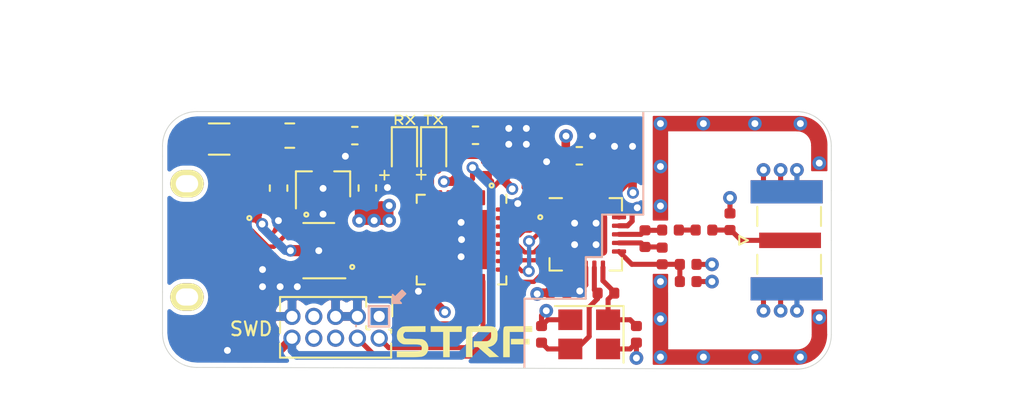
<source format=kicad_pcb>
(kicad_pcb (version 20241229) (generator "pcbnew") (generator_version "9.0")
  (layers (0 "F.Cu" signal) (4 "In1.Cu" signal) (6 "In2.Cu" signal) (2 "B.Cu" signal) (13 "F.Paste" user) (15 "B.Paste" user) (5 "F.SilkS" user "F.Silkscreen") (7 "B.SilkS" user "B.Silkscreen") (1 "F.Mask" user) (3 "B.Mask" user) (25 "Edge.Cuts" user))
  (net 0 "")
  (net 1 "Net-(C1-Pad1)")
  (net 2 "GND")
  (net 3 "+3V3")
  (net 4 "NRST")
  (net 5 "Net-(C12-Pad1)")
  (net 6 "NRF_XC1")
  (net 7 "NRF_XC2")
  (net 8 "Net-(C15-Pad1)")
  (net 9 "Net-(C15-Pad2)")
  (net 10 "NRF_VDD_PA")
  (net 11 "Net-(D1-Pad1)")
  (net 12 "Net-(D1-Pad2)")
  (net 13 "Net-(D2-Pad2)")
  (net 14 "Net-(D2-Pad1)")
  (net 15 "+5V")
  (net 16 "Net-(J1-Pad4)")
  (net 17 "SWDIO")
  (net 18 "SWCLK")
  (net 19 "NRF_ANT2")
  (net 20 "NRF_ANT1")
  (net 21 "NRF_IRQ")
  (net 22 "SPI3_SCK")
  (net 23 "SPI3_MISO")
  (net 24 "SPI3_MOSI")
  (net 25 "SPI3_!CS")
  (net 26 "NRF_CE")
  (net 27 "Net-(U3-Pad2)")
  (net 28 "Net-(U3-Pad3)")
  (net 29 "Net-(U3-Pad10)")
  (net 30 "Net-(U3-Pad11)")
  (net 31 "Net-(U3-Pad12)")
  (net 32 "Net-(U3-Pad13)")
  (net 33 "Net-(U3-Pad14)")
  (net 34 "Net-(U3-Pad15)")
  (net 35 "Net-(U3-Pad18)")
  (net 36 "Net-(U3-Pad19)")
  (net 37 "Net-(U3-Pad20)")
  (net 38 "USB_CONN_D-")
  (net 39 "USB_CONN_D+")
  (net 40 "USB_D-")
  (net 41 "USB_D+")
  (net 42 "Net-(U3-Pad6)")
  (net 43 "Net-(U3-Pad7)")
  (net 44 "Net-(F1-Pad1)")
  (net 45 "Net-(R1-Pad1)")
  (net 46 "Net-(J3-Pad8)")
  (net 47 "Net-(J3-Pad7)")
  (net 48 "Net-(J3-Pad6)")
  (net 49 "Net-(R4-Pad1)")
  (footprint "Capacitor_SMD:C_0603_1608Metric" (layer "F.Cu") (at 28.01 31.4575 -90)
    (property "Reference" "C1")
    (property "Value" "10u")
  )
  (footprint "Capacitor_SMD:C_0603_1608Metric" (layer "F.Cu") (at 33.18 31.4525 90)
    (property "Reference" "C2")
    (property "Value" "10u")
  )
  (footprint "Capacitor_SMD:C_0402_1005Metric" (layer "F.Cu") (at 26.435 40.91 180)
    (property "Reference" "C3")
    (property "Value" "100n")
  )
  (footprint "Capacitor_SMD:C_0402_1005Metric" (layer "F.Cu") (at 41.165 30.27 90)
    (property "Reference" "C4")
    (property "Value" "1u")
  )
  (footprint "Capacitor_SMD:C_0402_1005Metric" (layer "F.Cu") (at 40.115 30.27 90)
    (property "Reference" "C5")
    (property "Value" "100n")
  )
  (footprint "Capacitor_SMD:C_0402_1005Metric" (layer "F.Cu") (at 36.64 38.13 180)
    (property "Reference" "C6")
    (property "Value" "100n")
  )
  (footprint "Capacitor_SMD:C_0402_1005Metric" (layer "F.Cu") (at 38.44 30.27 90)
    (property "Reference" "C7")
    (property "Value" "100n")
  )
  (footprint "Capacitor_SMD:C_0603_1608Metric" (layer "F.Cu") (at 45.525 29.575)
    (property "Reference" "C8")
    (property "Value" "10u")
  )
  (footprint "Capacitor_SMD:C_0402_1005Metric" (layer "F.Cu") (at 44.315 37.55)
    (property "Reference" "C9")
    (property "Value" "10n")
  )
  (footprint "Capacitor_SMD:C_0402_1005Metric" (layer "F.Cu") (at 46.075 30.875)
    (property "Reference" "C11")
    (property "Value" "10n")
  )
  (footprint "Capacitor_SMD:C_0402_1005Metric" (layer "F.Cu") (at 44.115 30.875 180)
    (property "Reference" "C12")
    (property "Value" "33n")
  )
  (footprint "Capacitor_SMD:C_0402_1005Metric" (layer "F.Cu") (at 48.85 39.975 -90)
    (property "Reference" "C13")
    (property "Value" "12p")
  )
  (footprint "Capacitor_SMD:C_0402_1005Metric" (layer "F.Cu") (at 43.325 39.975 90)
    (property "Reference" "C14")
    (property "Value" "12p")
  )
  (footprint "Capacitor_SMD:C_0402_1005Metric" (layer "F.Cu") (at 52.785 33.9 180)
    (property "Reference" "C15")
    (property "Value" "1p5")
  )
  (footprint "Capacitor_SMD:C_0402_1005Metric" (layer "F.Cu") (at 54.3 33.415 -90)
    (property "Reference" "C16")
    (property "Value" "1p")
  )
  (footprint "Capacitor_SMD:C_0402_1005Metric" (layer "F.Cu") (at 51.865 36.9 180)
    (property "Reference" "C17")
    (property "Value" "2n2")
  )
  (footprint "Capacitor_SMD:C_0402_1005Metric" (layer "F.Cu") (at 51.865 35.9 180)
    (property "Reference" "C18")
    (property "Value" "4p7")
  )
  (footprint "LED_SMD:LED_0603_1608Metric" (layer "F.Cu") (at 35.34 29.3925 -90)
    (property "Reference" "D1")
    (property "Value" "GR")
  )
  (footprint "LED_SMD:LED_0603_1608Metric" (layer "F.Cu") (at 37.04 29.3925 -90)
    (property "Reference" "D2")
    (property "Value" "YE")
  )
  (footprint "Inductor_SMD:L_0805_2012Metric" (layer "F.Cu") (at 28.6625 28.4 180)
    (property "Reference" "FB1")
    (property "Value" "100 @ 100MHz")
  )
  (footprint "10118193-0001LF:101181930001LF" (layer "F.Cu") (at 22.75 34.5 -90)
    (property "Reference" "J1")
    (property "Value" "USB_B_Micro" (hide yes))
  )
  (footprint "Inductor_SMD:L_0402_1005Metric" (layer "F.Cu") (at 50.835 33.9)
    (property "Reference" "L1")
    (property "Value" "3n9")
  )
  (footprint "Inductor_SMD:L_0402_1005Metric" (layer "F.Cu") (at 50.35 35.41 90)
    (property "Reference" "L3")
    (property "Value" "2n7")
  )
  (footprint "Resistor_SMD:R_0603_1608Metric" (layer "F.Cu") (at 32.45 28.4 180)
    (property "Reference" "R2")
    (property "Value" "2k2")
  )
  (footprint "Resistor_SMD:R_0603_1608Metric" (layer "F.Cu") (at 39.4775 28.38)
    (property "Reference" "R3")
    (property "Value" "2k2")
  )
  (footprint "Resistor_SMD:R_0402_1005Metric" (layer "F.Cu") (at 47.575 30.41 90)
    (property "Reference" "R4")
    (property "Value" "22k")
  )
  (footprint "Resistor_SMD:R_0402_1005Metric" (layer "F.Cu") (at 47.075 37.575)
    (property "Reference" "R5")
    (property "Value" "1M")
  )
  (footprint "Package_TO_SOT_SMD:SOT-23" (layer "F.Cu") (at 30.6 31.24 90)
    (property "Reference" "U1")
    (property "Value" "XC6206P332MR")
  )
  (footprint "Package_DFN_QFN:QFN-32-1EP_5x5mm_P0.5mm_EP3.45x3.45mm" (layer "F.Cu") (at 38.665 34.455 -90)
    (property "Reference" "U3")
    (property "Value" "STM32L432KBU6")
  )
  (footprint "Package_DFN_QFN:QFN-20-1EP_4x4mm_P0.5mm_EP2.5x2.5mm" (layer "F.Cu") (at 45.9 34.15)
    (property "Reference" "U4")
    (property "Value" "nRF24L01P")
  )
  (footprint "Crystal:Crystal_SMD_3225-4Pin_3.2x2.5mm" (layer "F.Cu") (at 46.1 39.975 180)
    (property "Reference" "Y1")
    (property "Value" "16MHz")
  )
  (footprint "Package_TO_SOT_SMD:SOT-23-6" (layer "F.Cu") (at 30.35 35.1 180)
    (property "Reference" "U2")
    (property "Value" "USBLC6-2SC6")
  )
  (footprint "Connector_Coaxial:SMA_Samtec_SMA-J-P-X-ST-EM1_EdgeMount" (layer "F.Cu") (at 57.6 34.5 90)
    (property "Reference" "J2")
    (property "Value" "SMA")
  )
  (footprint "Inductor_SMD:L_0402_1005Metric" (layer "F.Cu") (at 49.35 34.4 -90)
    (property "Reference" "L2")
    (property "Value" "8n2")
  )
  (footprint "Connector_PinHeader_1.27mm:PinHeader_2x05_P1.27mm_Vertical" (layer "F.Cu") (at 33.87 38.93 -90)
    (property "Reference" "J3")
    (property "Value" "ARM 10pin")
  )
  (footprint "Capacitor_SMD:C_0402_1005Metric" (layer "F.Cu") (at 48.625 30.415 90)
    (property "Reference" "C10")
    (property "Value" "10n")
  )
  (footprint "Fuse:Fuse_1206_3216Metric" (layer "F.Cu") (at 24.55 28.6 180)
    (property "Reference" "F1")
    (property "Value" "100mA")
  )
  (footprint "STRF-Silk:STRF-Logo" (layer "F.Cu") (at 38.83 40.4)
    (property "Reference" "G***" (hide yes))
    (property "Value" "LOGO" (hide yes))
  )
  (footprint "Resistor_SMD:R_0402_1005Metric" (layer "F.Cu") (at 42.215 30.265 90)
    (property "Reference" "R1")
    (property "Value" "2k2")
  )
  (gr_arc (start 59.12 40) (mid 58.853467 40.643467) (end 58.21 40.91) (stroke (width 0.12)) (layer "F.Cu") (net 2))
  (gr_poly (pts (xy 50.6525 40.9) (xy 58.2 40.9) (xy 58.2 41.7) (xy 49.85 41.7) (xy 49.85 39) (xy 49.85 38.35) (xy 49.85 36.5) (xy 50.65 36.5) (xy 50.645 37.55) (xy 50.6475 37.55)) (stroke (width 0.1)) (fill yes) (layer "F.Cu") (net 2))
  (gr_poly (pts (xy 59.91 40) (xy 59.11 40) (xy 59.1 38.57) (xy 59.9 38.57)) (stroke (width 0.1)) (fill yes) (layer "F.Cu") (net 2))
  (gr_arc (start 59.9 39.99) (mid 59.402082 41.192082) (end 58.2 41.69) (stroke (width 0.12)) (layer "F.Cu") (net 2))
  (gr_poly (pts (xy 59.86 40.25) (xy 59.76 40.62) (xy 59.39 41.2) (xy 58.63 41.6) (xy 58.24 41.63) (xy 58.25 40.98) (xy 58.25 40.97) (xy 58.61 40.88) (xy 58.98 40.58) (xy 59.17 40.11) (xy 59.16 40.03) (xy 59.85 40.02)) (stroke (width 0.1)) (fill yes) (layer "F.Cu") (net 2))
  (gr_poly (pts (xy 58.575 27.4) (xy 59.15 27.625) (xy 59.625 28.075) (xy 59.825 28.5) (xy 59.825 28.9) (xy 59.15 28.9) (xy 59.125 28.725) (xy 58.95 28.375) (xy 58.625 28.15) (xy 58.25 28.025) (xy 58.3 27.35)) (stroke (width 0.1)) (fill yes) (layer "F.Cu") (net 2))
  (gr_arc (start 58.2 28.075) (mid 58.836396 28.338604) (end 59.1 28.975) (stroke (width 0.15)) (layer "F.Cu") (net 2))
  (gr_poly (pts (xy 58.3 28.1) (xy 50.65 28.1) (xy 50.65 33.3) (xy 49.85 33.3) (xy 49.85 27.3) (xy 58.3 27.3)) (stroke (width 0.1)) (fill yes) (layer "F.Cu") (net 2))
  (gr_arc (start 58.3 27.325) (mid 59.431371 27.793629) (end 59.9 28.925) (stroke (width 0.15)) (layer "F.Cu") (net 2))
  (gr_poly (pts (xy 59.925 30.425) (xy 59.075 30.425) (xy 59.075 28.95) (xy 59.925 28.95)) (stroke (width 0.1)) (fill yes) (layer "F.Cu") (net 2))
  (gr_circle (center 43.25 33.15) (end 43.275 33.2) (stroke (width 0.12)) (fill no) (layer "F.SilkS"))
  (gr_circle (center 32.3 36.05) (end 32.325 36.1) (stroke (width 0.12)) (fill no) (layer "F.SilkS"))
  (gr_circle (center 29.625 33) (end 29.65 33.05) (stroke (width 0.12)) (fill no) (layer "F.SilkS"))
  (gr_circle (center 26.305901 33.2) (end 26.330901 33.25) (stroke (width 0.12)) (fill no) (layer "F.SilkS"))
  (gr_circle (center 40.415 31.305) (end 40.44 31.355) (stroke (width 0.12)) (fill no) (layer "F.SilkS"))
  (gr_line (start 45.9 35.475) (end 45.9 35.925) (stroke (width 0.12)) (layer "B.SilkS"))
  (gr_line (start 45.9 35.925) (end 45.9 37.9) (stroke (width 0.12)) (layer "B.SilkS"))
  (gr_line (start 32.52 39.51) (end 32.52 39.46) (stroke (width 0.12)) (layer "B.SilkS"))
  (gr_line (start 46.85 34.125) (end 46.85 35.225) (stroke (width 0.12)) (layer "B.SilkS"))
  (gr_line (start 45.9 37.9) (end 43.85 37.9) (stroke (width 0.12)) (layer "B.SilkS"))
  (gr_line (start 33.26 38.32) (end 34.46 38.32) (stroke (width 0.12)) (layer "B.SilkS"))
  (gr_line (start 42.325 37.9) (end 42.675 37.9) (stroke (width 0.12)) (layer "B.SilkS"))
  (gr_line (start 34.46 39.52) (end 34.21 39.52) (stroke (width 0.12)) (layer "B.SilkS"))
  (gr_line (start 46.85 35.225) (end 46.85 35.475) (stroke (width 0.12)) (layer "B.SilkS"))
  (gr_line (start 33.26 39.47) (end 33.26 38.32) (stroke (width 0.12)) (layer "B.SilkS"))
  (gr_line (start 34.46 38.32) (end 34.46 38.67) (stroke (width 0.12)) (layer "B.SilkS"))
  (gr_line (start 49.25 27.05) (end 49.25 32.225) (stroke (width 0.12)) (layer "B.SilkS"))
  (gr_line (start 47.925 33) (end 46.85 33) (stroke (width 0.12)) (layer "B.SilkS"))
  (gr_line (start 49.25 33) (end 47.95 33) (stroke (width 0.12)) (layer "B.SilkS"))
  (gr_line (start 46.2 35.475) (end 45.925 35.475) (stroke (width 0.12)) (layer "B.SilkS"))
  (gr_line (start 46.825 35.475) (end 46.225 35.475) (stroke (width 0.12)) (layer "B.SilkS"))
  (gr_line (start 42.7 37.9) (end 43.85 37.9) (stroke (width 0.12)) (layer "B.SilkS"))
  (gr_line (start 34.46 38.67) (end 34.46 39.52) (stroke (width 0.12)) (layer "B.SilkS"))
  (gr_line (start 46.85 33) (end 46.85 34.1) (stroke (width 0.12)) (layer "B.SilkS"))
  (gr_line (start 42.325 37.9) (end 42.325 41.9) (stroke (width 0.12)) (layer "B.SilkS"))
  (gr_line (start 49.25 32.25) (end 49.25 33) (stroke (width 0.12)) (layer "B.SilkS"))
  (gr_poly (pts (xy 35.4 37.61) (xy 35 38.01) (xy 35.15 38.16) (xy 34.65 38.16) (xy 34.65 37.66) (xy 34.8 37.81) (xy 35.2 37.41)) (stroke (width 0.1)) (fill yes) (layer "B.SilkS"))
  (gr_line (start 34.21 39.52) (end 33.26 39.52) (stroke (width 0.12)) (layer "B.SilkS"))
  (gr_line (start 31.2 41.92) (end 23.25 41.9) (stroke (width 0.05)) (layer "Edge.Cuts"))
  (gr_line (start 42 41.95) (end 31.2 41.918455) (stroke (width 0.05)) (layer "Edge.Cuts"))
  (gr_arc (start 60.2 40) (mid 59.614214 41.414214) (end 58.2 42) (stroke (width 0.05)) (layer "Edge.Cuts"))
  (gr_line (start 60.2 34.5) (end 60.2 31.6) (stroke (width 0.05)) (layer "Edge.Cuts"))
  (gr_line (start 42.05 27) (end 57.85 27) (stroke (width 0.05)) (layer "Edge.Cuts"))
  (gr_line (start 21.25 37.5) (end 21.25 39.9) (stroke (width 0.05)) (layer "Edge.Cuts"))
  (gr_line (start 60.2 34.5) (end 60.2 40) (stroke (width 0.05)) (layer "Edge.Cuts"))
  (gr_line (start 58.2 42) (end 42 41.95) (stroke (width 0.05)) (layer "Edge.Cuts"))
  (gr_arc (start 58.2 27) (mid 59.614214 27.585786) (end 60.2 29) (stroke (width 0.05)) (layer "Edge.Cuts"))
  (gr_line (start 57.85 27) (end 58.2 27) (stroke (width 0.05)) (layer "Edge.Cuts"))
  (gr_line (start 21.25 37.5) (end 21.25 29.6) (stroke (width 0.05)) (layer "Edge.Cuts"))
  (gr_line (start 21.25 29.6) (end 21.25 29) (stroke (width 0.05)) (layer "Edge.Cuts"))
  (gr_arc (start 21.25 29) (mid 21.835786 27.585786) (end 23.25 27) (stroke (width 0.05)) (layer "Edge.Cuts"))
  (gr_line (start 37.5 27) (end 42.05 27) (stroke (width 0.05)) (layer "Edge.Cuts"))
  (gr_line (start 37.5 27) (end 23.25 27) (stroke (width 0.05)) (layer "Edge.Cuts"))
  (gr_arc (start 23.25 41.9) (mid 21.835786 41.314214) (end 21.25 39.9) (stroke (width 0.05)) (layer "Edge.Cuts"))
  (gr_line (start 60.2 31.6) (end 60.2 29) (stroke (width 0.05)) (layer "Edge.Cuts"))
  (gr_text "TX" (at 37.04 27.505 0) (layer "F.SilkS") (effects (font (size 0.5 0.7) (thickness 0.1))))
  (gr_text "+" (at 34.175 30.65 0) (layer "F.SilkS") (effects (font (size 0.7 0.7) (thickness 0.1))))
  (gr_text "+" (at 36.315 30.63 0) (layer "F.SilkS") (effects (font (size 0.7 0.7) (thickness 0.1))))
  (gr_text "SWD" (at 26.41 39.66 0) (layer "F.SilkS") (effects (font (size 0.8 0.8) (thickness 0.125))))
  (gr_text "RX" (at 35.34 27.505 0) (layer "F.SilkS") (effects (font (size 0.5 0.7) (thickness 0.1))))
  (segment (start 28.44 30.24) (end 28.01 30.67) (width 0.75) (layer "F.Cu") (net 1))
  (segment (start 30.6 30.24) (end 28.44 30.24) (width 0.75) (layer "F.Cu") (net 1))
  (segment (start 29.6 28.4) (end 29.6 29.24) (width 0.75) (layer "F.Cu") (net 1))
  (segment (start 29.6 29.24) (end 30.6 30.24) (width 0.75) (layer "F.Cu") (net 1))
  (segment (start 36.155 37.465) (end 36.155 36.2775) (width 0.3) (layer "F.Cu") (net 2))
  (segment (start 43.325 39.49) (end 43.325 38.875) (width 0.3) (layer "F.Cu") (net 2))
  (segment (start 29.645 32.245) (end 29.65 32.24) (width 0.75) (layer "F.Cu") (net 2))
  (segment (start 45 39.125) (end 43.69 39.125) (width 0.29337) (layer "F.Cu") (net 2))
  (segment (start 41.165 29.155) (end 41.415 28.905) (width 0.5) (layer "F.Cu") (net 2))
  (segment (start 50.25 30.2) (end 50.25 27.7) (width 0.75) (layer "F.Cu") (net 2))
  (segment (start 43.63 30.9425) (end 43.63 30.875) (width 0.3) (layer "F.Cu") (net 2))
  (segment (start 46.4 32.2125) (end 46.4 31.035) (width 0.3) (layer "F.Cu") (net 2))
  (segment (start 29.865 32.24) (end 30.6 32.975) (width 0.5) (layer "F.Cu") (net 2))
  (segment (start 48.625 29.025) (end 48.625 29.93) (width 0.5) (layer "F.Cu") (net 2))
  (segment (start 56.675 37.325) (end 56.25 37.75) (width 0.29337) (layer "F.Cu") (net 2))
  (segment (start 30.6 31.475) (end 30.415 31.475) (width 0.5) (layer "F.Cu") (net 2))
  (segment (start 57.25 31.325) (end 57.6 31.675) (width 0.29337) (layer "F.Cu") (net 2))
  (segment (start 38.712026 29.512974) (end 38.44 29.785) (width 0.5) (layer "F.Cu") (net 2))
  (segment (start 40.79 28.905) (end 40.265 28.38) (width 0.5) (layer "F.Cu") (net 2))
  (segment (start 52.35 35.9) (end 53.25 35.9) (width 0.29337) (layer "F.Cu") (net 2))
  (segment (start 58.2 31.675) (end 58.2 30.4) (width 0.29337) (layer "F.Cu") (net 2))
  (segment (start 40.665 27.98) (end 40.265 28.38) (width 0.5) (layer "F.Cu") (net 2))
  (segment (start 47.575 29.025) (end 47.575 29.925) (width 0.5) (layer "F.Cu") (net 2))
  (segment (start 26.675 35.8) (end 27.075 36.2) (width 0.5) (layer "F.Cu") (net 2))
  (segment (start 39.842974 29.512974) (end 38.712026 29.512974) (width 0.5) (layer "F.Cu") (net 2))
  (segment (start 48.333378 33.65) (end 48.60001 33.383368) (width 0.3) (layer "F.Cu") (net 2))
  (segment (start 34.35 31.425) (end 33.59 30.665) (width 0.75) (layer "F.Cu") (net 2))
  (segment (start 31.6625 28.4) (end 31.6625 29.3625) (width 0.5) (layer "F.Cu") (net 2))
  (segment (start 45.9 37.1) (end 45.55 37.45) (width 0.3) (layer "F.Cu") (net 2))
  (segment (start 41.415 28.905) (end 40.79 28.905) (width 0.5) (layer "F.Cu") (net 2))
  (segment (start 29.65 32.24) (end 29.865 32.24) (width 0.5) (layer "F.Cu") (net 2))
  (segment (start 27.075 37.2) (end 28.1 37.2) (width 0.5) (layer "F.Cu") (net 2))
  (segment (start 45.45 37.55) (end 45.55 37.45) (width 0.5) (layer "F.Cu") (net 2))
  (segment (start 44.8 37.55) (end 44.8 37.6) (width 0.3) (layer "F.Cu") (net 2))
  (segment (start 28 33.35) (end 28 32.255) (width 0.5) (layer "F.Cu") (net 2))
  (segment (start 57.25 38.6) (end 57.25 37.675) (width 0.29337) (layer "F.Cu") (net 2))
  (segment (start 57.6 37.325) (end 56.675 37.325) (width 0.29337) (layer "F.Cu") (net 2))
  (segment (start 46.3125 29.575) (end 46.3125 28.4375) (width 0.5) (layer "F.Cu") (net 2))
  (segment (start 27.075 36.2) (end 27.075 37.2) (width 0.5) (layer "F.Cu") (net 2))
  (segment (start 36.155 36.2775) (end 36.2275 36.205) (width 0.3) (layer "F.Cu") (net 2))
  (segment (start 57.6 31.675) (end 56.425 31.675) (width 0.29337) (layer "F.Cu") (net 2))
  (segment (start 30.415 31.475) (end 29.65 32.24) (width 0.5) (layer "F.Cu") (net 2))
  (segment (start 41.175 29.795) (end 41.165 29.785) (width 0.5) (layer "F.Cu") (net 2))
  (segment (start 36.155 38.13) (end 36.155 37.465) (width 0.3) (layer "F.Cu") (net 2))
  (segment (start 25.4125 35.8) (end 26.675 35.8) (width 0.5) (layer "F.Cu") (net 2))
  (segment (start 48.60001 33.383368) (end 48.60001 33.00001) (width 0.3) (layer "F.Cu") (net 2))
  (segment (start 50.25 36.9) (end 50.25 39.35) (width 0.75) (layer "F.Cu") (net 2))
  (segment (start 43.62 29.92) (end 43.62 30.865) (width 0.5) (layer "F.Cu") (net 2))
  (segment (start 56.25 37.75) (end 56.25 38.6) (width 0.29337) (layer "F.Cu") (net 2))
  (segment (start 50.25 39.075) (end 50.25 36.9) (width 0.75) (layer "F.Cu") (net 2))
  (segment (start 54.3 32.93) (end 54.3 32.025) (width 0.29337) (layer "F.Cu") (net 2))
  (segment (start 25.95 40.91) (end 25.03 40.91) (width 0.5) (layer "F.Cu") (net 2))
  (segment (start 28.1 37.2) (end 29.1 37.2) (width 0.5) (layer "F.Cu") (net 2))
  (segment (start 56.425 31.675) (end 56.25 31.5) (width 0.29337) (layer "F.Cu") (net 2))
  (segment (start 48.6 33) (end 48.6 32.9) (width 0.3) (layer "F.Cu") (net 2))
  (segment (start 46.3125 28.4375) (end 46.3 28.425) (width 0.5) (layer "F.Cu") (net 2))
  (segment (start 50.25 41.3) (end 50.25 39.075) (width 0.75) (layer "F.Cu") (net 2))
  (segment (start 43.69 39.125) (end 43.325 39.49) (width 0.29337) (layer "F.Cu") (net 2))
  (segment (start 46.56 30.875) (end 46.56 29.8225) (width 0.5) (layer "F.Cu") (net 2))
  (segment (start 42.215 29.78) (end 42.215 29.13) (width 0.5) (layer "F.Cu") (net 2))
  (segment (start 42.215 29.13) (end 42.44 28.905) (width 0.5) (layer "F.Cu") (net 2))
  (segment (start 48.60001 33.00001) (end 48.6 33) (width 0.3) (layer "F.Cu") (net 2))
  (segment (start 52.35 36.9) (end 53.25 36.9) (width 0.29337) (layer "F.Cu") (net 2))
  (segment (start 44.8 37.55) (end 45.45 37.55) (width 0.5) (layer "F.Cu") (net 2))
  (segment (start 57.25 37.675) (end 57.6 37.325) (width 0.29337) (layer "F.Cu") (net 2))
  (segment (start 46.4 31.035) (end 46.56 30.875) (width 0.3) (layer "F.Cu") (net 2))
  (segment (start 48.6 32.9) (end 48.9 32.6) (width 0.3) (layer "F.Cu") (net 2))
  (segment (start 58.2 37.325) (end 58.2 38.6) (width 0.29337) (layer "F.Cu") (net 2))
  (segment (start 48.485 40.825) (end 48.85 40.46) (width 0.29337) (layer "F.Cu") (net 2))
  (segment (start 48.85 40.485) (end 48.85 41.375) (width 0.29337) (layer "F.Cu") (net 2))
  (segment (start 40.115 29.785) (end 40.115 28.53) (width 0.5) (layer "F.Cu") (net 2))
  (segment (start 52.75 27.7) (end 55.75 27.7) (width 0.75) (layer "F.Cu") (net 2))
  (segment (start 56.25 31.5) (end 56.25 30.4) (width 0.29337) (layer "F.Cu") (net 2))
  (segment (start 57.25 30.4) (end 57.25 31.325) (width 0.29337) (layer "F.Cu") (net 2))
  (segment (start 45.9 36.0875) (end 45.9 37.1) (width 0.3) (layer "F.Cu") (net 2))
  (segment (start 31.6625 29.3625) (end 31.9 29.6) (width 0.5) (layer "F.Cu") (net 2))
  (segment (start 40.115 28.53) (end 40.265 28.38) (width 0.5) (layer "F.Cu") (net 2))
  (segment (start 43.62 30.865) (end 43.63 30.875) (width 0.5) (layer "F.Cu") (net 2))
  (segment (start 46.56 29.8225) (end 46.3125 29.575) (width 0.5) (layer "F.Cu") (net 2))
  (segment (start 28 32.255) (end 28.01 32.245) (width 0.5) (layer "F.Cu") (net 2))
  (segment (start 50.25 32.5) (end 50.25 30.2) (width 0.75) (layer "F.Cu") (net 2))
  (segment (start 52.75 41.3) (end 55.75 41.3) (width 0.75) (layer "F.Cu") (net 2))
  (segment (start 47.8375 33.65) (end 48.333378 33.65) (width 0.3) (layer "F.Cu") (net 2))
  (segment (start 50.25 41.3) (end 52.75 41.3) (width 0.75) (layer "F.Cu") (net 2))
  (segment (start 31.45 35.1) (end 30.35 35.1) (width 0.5) (layer "F.Cu") (net 2))
  (segment (start 46.56 30.928586) (end 46.56 30.875) (width 0.3) (layer "F.Cu") (net 2))
  (segment (start 41.59 32.705) (end 41.94 32.355) (width 0.3) (layer "F.Cu") (net 2))
  (segment (start 41.1025 32.705) (end 41.59 32.705) (width 0.3) (layer "F.Cu") (net 2))
  (segment (start 41.415 27.98) (end 40.665 27.98) (width 0.5) (layer "F.Cu") (net 2))
  (segment (start 28.01 32.245) (end 29.645 32.245) (width 0.75) (layer "F.Cu") (net 2))
  (segment (start 50.25 27.7) (end 52.75 27.7) (width 0.75) (layer "F.Cu") (net 2))
  (segment (start 40.115 29.785) (end 41.165 29.785) (width 0.5) (layer "F.Cu") (net 2))
  (segment (start 47.2 40.825) (end 48.485 40.825) (width 0.29337) (layer "F.Cu") (net 2))
  (segment (start 40.115 29.785) (end 39.842974 29.512974) (width 0.5) (layer "F.Cu") (net 2))
  (segment (start 41.165 29.785) (end 41.165 29.155) (width 0.5) (layer "F.Cu") (net 2))
  (segment (start 33.59 30.665) (end 33.18 30.665) (width 0.75) (layer "F.Cu") (net 2))
  (via (at 31.9 29.6) (size 0.8) (drill 0.4) (layers "F.Cu" "B.Cu") (net 2))
  (via (at 42.44 27.98) (size 0.8) (drill 0.4) (layers "F.Cu" "B.Cu") (net 2))
  (via (at 42.44 28.905) (size 0.8) (drill 0.4) (layers "F.Cu" "B.Cu") (net 2))
  (via (at 48.625 29.025) (size 0.8) (drill 0.4) (layers "F.Cu" "B.Cu") (net 2))
  (via (at 46.3 28.425) (size 0.8) (drill 0.4) (layers "F.Cu" "B.Cu") (net 2))
  (via (at 25.03 40.91) (size 0.8) (drill 0.4) (layers "F.Cu" "B.Cu") (net 2))
  (via (at 43.62 29.92) (size 0.8) (drill 0.4) (layers "F.Cu" "B.Cu") (net 2))
  (via (at 41.415 28.905) (size 0.8) (drill 0.4) (layers "F.Cu" "B.Cu") (net 2))
  (via (at 41.415 27.98) (size 0.8) (drill 0.4) (layers "F.Cu" "B.Cu") (net 2))
  (via (at 34.35 31.425) (size 0.8) (drill 0.4) (layers "F.Cu" "B.Cu") (net 2))
  (via (at 28 33.35) (size 0.8) (drill 0.4) (layers "F.Cu" "B.Cu") (net 2))
  (via (at 28.1 37.2) (size 0.8) (drill 0.4) (layers "F.Cu" "B.Cu") (net 2))
  (via (at 53.25 36.9) (size 0.8) (drill 0.4) (layers "F.Cu" "B.Cu") (net 2))
  (via (at 53.25 35.9) (size 0.8) (drill 0.4) (layers "F.Cu" "B.Cu") (net 2))
  (via (at 58.2 30.4) (size 0.8) (drill 0.4) (layers "F.Cu" "B.Cu") (net 2))
  (via (at 58.2 38.6) (size 0.8) (drill 0.4) (layers "F.Cu" "B.Cu") (net 2))
  (via (at 48.85 41.35) (size 0.8) (drill 0.4) (layers "F.Cu" "B.Cu") (net 2))
  (via (at 43.6 38.6) (size 0.8) (drill 0.4) (layers "F.Cu" "B.Cu") (net 2))
  (via (at 45.55 37.45) (size 0.8) (drill 0.4) (layers "F.Cu" "B.Cu") (net 2))
  (via (at 50.25 41.3) (size 0.8) (drill 0.4) (layers "F.Cu" "B.Cu") (net 2))
  (via (at 52.75 41.3) (size 0.8) (drill 0.4) (layers "F.Cu" "B.Cu") (net 2))
  (via (at 55.75 41.3) (size 0.8) (drill 0.4) (layers "F.Cu" "B.Cu") (net 2))
  (via (at 58.4 41.3) (size 0.8) (drill 0.4) (layers "F.Cu" "B.Cu") (net 2))
  (via (at 30.6 32.975) (size 0.8) (drill 0.4) (layers "F.Cu" "B.Cu") (net 2))
  (via (at 30.6 31.475) (size 0.8) (drill 0.4) (layers "F.Cu" "B.Cu") (net 2))
  (via (at 38.665 34.455) (size 0.8) (drill 0.4) (layers "F.Cu" "B.Cu") (net 2))
  (via (at 38.64 33.455) (size 0.8) (drill 0.4) (layers "F.Cu" "B.Cu") (net 2))
  (via (at 38.64 35.455) (size 0.8) (drill 0.4) (layers "F.Cu" "B.Cu") (net 2))
  (via (at 50.25 30.2) (size 0.8) (drill 0.4) (layers "F.Cu" "B.Cu") (net 2))
  (via (at 50.25 32.5) (size 0.8) (drill 0.4) (layers "F.Cu" "B.Cu") (net 2))
  (via (at 50.25 39.075) (size 0.8) (drill 0.4) (layers "F.Cu" "B.Cu") (net 2))
  (via (at 59.5 39) (size 0.8) (drill 0.4) (layers "F.Cu" "B.Cu") (net 2))
  (via (at 59.5 30) (size 0.8) (drill 0.4) (layers "F.Cu" "B.Cu") (net 2))
  (via (at 52.75 27.7) (size 0.8) (drill 0.4) (layers "F.Cu" "B.Cu") (net 2))
  (via (at 58.4 27.7) (size 0.8) (drill 0.4) (layers "F.Cu" "B.Cu") (net 2))
  (via (at 55.75 27.7) (size 0.8) (drill 0.4) (layers "F.Cu" "B.Cu") (net 2))
  (via (at 50.25 36.9) (size 0.8) (drill 0.4) (layers "F.Cu" "B.Cu") (net 2))
  (via (at 50.25 27.7) (size 0.8) (drill 0.4) (layers "F.Cu" "B.Cu") (net 2))
  (via (at 27.075 37.2) (size 0.8) (drill 0.4) (layers "F.Cu" "B.Cu") (net 2))
  (via (at 29.1 37.2) (size 0.8) (drill 0.4) (layers "F.Cu" "B.Cu") (net 2))
  (via (at 45.25 33.5) (size 0.7) (drill 0.4) (layers "F.Cu" "B.Cu") (net 2))
  (via (at 46.5 33.5) (size 0.7) (drill 0.4) (layers "F.Cu" "B.Cu") (net 2))
  (via (at 45.25 34.75) (size 0.7) (drill 0.4) (layers "F.Cu" "B.Cu") (net 2))
  (via (at 46.5 34.75) (size 0.7) (drill 0.4) (layers "F.Cu" "B.Cu") (net 2))
  (via (at 57.25 30.4) (size 0.8) (drill 0.4) (layers "F.Cu" "B.Cu") (net 2))
  (via (at 56.25 30.4) (size 0.8) (drill 0.4) (layers "F.Cu" "B.Cu") (net 2))
  (via (at 57.25 38.6) (size 0.8) (drill 0.4) (layers "F.Cu" "B.Cu") (net 2))
  (via (at 56.25 38.6) (size 0.8) (drill 0.4) (layers "F.Cu" "B.Cu") (net 2))
  (via (at 30.35 35.1) (size 0.7) (drill 0.4) (layers "F.Cu" "B.Cu") (net 2))
  (via (at 47.575 29.025) (size 0.8) (drill 0.4) (layers "F.Cu" "B.Cu") (net 2))
  (via (at 41.94 32.355) (size 0.7) (drill 0.4) (layers "F.Cu" "B.Cu") (net 2))
  (via (at 27.075 36.2) (size 0.8) (drill 0.4) (layers "F.Cu" "B.Cu") (net 2))
  (via (at 36.155 37.465) (size 0.7) (drill 0.4) (layers "F.Cu" "B.Cu") (net 2))
  (via (at 48.9 32.6) (size 0.7) (drill 0.4) (layers "F.Cu" "B.Cu") (net 2))
  (via (at 54.3 32.025) (size 0.8) (drill 0.4) (layers "F.Cu" "B.Cu") (net 2))
  (segment (start 58.2 31.675) (end 58.2 30.4) (width 0.29337) (layer "B.Cu") (net 2))
  (segment (start 58.2 37.325) (end 58.2 38.6) (width 0.29337) (layer "B.Cu") (net 2))
  (segment (start 33.18 32.24) (end 33.18 32.87) (width 0.5) (layer "F.Cu") (net 3))
  (segment (start 45.45 31.015) (end 45.59 30.875) (width 0.3) (layer "F.Cu") (net 3))
  (segment (start 38.415 30.78) (end 38.44 30.755) (width 0.29337) (layer "F.Cu") (net 3))
  (segment (start 47.8375 33.15) (end 47.8375 31.6875) (width 0.3) (layer "F.Cu") (net 3))
  (segment (start 45.123012 36.82501) (end 45.4 36.548022) (width 0.25) (layer "F.Cu") (net 3))
  (segment (start 44.7375 29.575) (end 44.7375 28.4375) (width 0.5) (layer "F.Cu") (net 3))
  (segment (start 32.7 32.72) (end 33.18 32.24) (width 0.5) (layer "F.Cu") (net 3))
  (segment (start 43.83 37.55) (end 43.14 37.55) (width 0.5) (layer "F.Cu") (net 3))
  (segment (start 47.8375 31.6875) (end 48.625 30.9) (width 0.3) (layer "F.Cu") (net 3))
  (segment (start 34.45 32.475) (end 34 32.475) (width 0.5) (layer "F.Cu") (net 3))
  (segment (start 34.29 33.35) (end 33.18 32.24) (width 0.5) (layer "F.Cu") (net 3))
  (segment (start 37.64 31.08) (end 38.115 31.08) (width 0.5) (layer "F.Cu") (net 3))
  (segment (start 45.59 30.4275) (end 44.7375 29.575) (width 0.5) (layer "F.Cu") (net 3))
  (segment (start 33.18 32.24) (end 33.18 32.955) (width 0.5) (layer "F.Cu") (net 3))
  (segment (start 41.165 30.755) (end 41.165 31.055) (width 0.5) (layer "F.Cu") (net 3))
  (segment (start 40.415 31.505) (end 41.165 30.755) (width 0.29337) (layer "F.Cu") (net 3))
  (segment (start 32.7 33.35) (end 32.7 32.72) (width 0.5) (layer "F.Cu") (net 3))
  (segment (start 40.415 32.0175) (end 40.415 31.505) (width 0.29337) (layer "F.Cu") (net 3))
  (segment (start 37.14 38.13) (end 37.69 38.68) (width 0.5) (layer "F.Cu") (net 3))
  (segment (start 34 32.475) (end 33.415 32.475) (width 0.5) (layer "F.Cu") (net 3))
  (segment (start 36.915 37.92) (end 37.125 38.13) (width 0.3) (layer "F.Cu") (net 3))
  (segment (start 36.915 36.8925) (end 36.915 37.92) (width 0.3) (layer "F.Cu") (net 3))
  (segment (start 43.83 36.895) (end 43.89999 36.82501) (width 0.25) (layer "F.Cu") (net 3))
  (segment (start 44.7375 28.4375) (end 44.75 28.425) (width 0.5) (layer "F.Cu") (net 3))
  (segment (start 40.415 32.0175) (end 40.415 31.055) (width 0.29337) (layer "F.Cu") (net 3))
  (segment (start 45.9 31.185) (end 45.59 30.875) (width 0.3) (layer "F.Cu") (net 3))
  (segment (start 43.83 37.55) (end 43.83 36.895) (width 0.25) (layer "F.Cu") (net 3))
  (segment (start 33.415 32.475) (end 33.18 32.24) (width 0.5) (layer "F.Cu") (net 3))
  (segment (start 45.59 30.875) (end 45.59 30.4275) (width 0.5) (layer "F.Cu") (net 3))
  (segment (start 43.14 37.55) (end 43.07 37.62) (width 0.5) (layer "F.Cu") (net 3))
  (segment (start 45.9 32.2125) (end 45.9 31.185) (width 0.3) (layer "F.Cu") (net 3))
  (segment (start 48.625 31.7) (end 48.65 31.725) (width 0.5) (layer "F.Cu") (net 3))
  (segment (start 34 32.9) (end 34 32.475) (width 0.5) (layer "F.Cu") (net 3))
  (segment (start 33.575 33.35) (end 33.575 32.635) (width 0.5) (layer "F.Cu") (net 3))
  (segment (start 43.89999 36.82501) (end 45.123012 36.82501) (width 0.25) (layer "F.Cu") (net 3))
  (segment (start 33.575 32.635) (end 33.18 32.24) (width 0.5) (layer "F.Cu") (net 3))
  (segment (start 33.18 32.87) (end 32.7 33.35) (width 0.5) (layer "F.Cu") (net 3))
  (segment (start 38.115 31.08) (end 38.44 30.755) (width 0.5) (layer "F.Cu") (net 3))
  (segment (start 45.4 36.548022) (end 45.4 36.0875) (width 0.25) (layer "F.Cu") (net 3))
  (segment (start 34.45 32.475) (end 34.45 33.35) (width 0.5) (layer "F.Cu") (net 3))
  (segment (start 48.625 30.9) (end 48.625 31.7) (width 0.5) (layer "F.Cu") (net 3))
  (segment (start 32.7 33.35) (end 33.575 33.35) (width 0.5) (layer "F.Cu") (net 3))
  (segment (start 34.45 33.35) (end 34.29 33.35) (width 0.5) (layer "F.Cu") (net 3))
  (segment (start 40.415 31.055) (end 40.115 30.755) (width 0.29337) (layer "F.Cu") (net 3))
  (segment (start 34.45 33.35) (end 33.575 33.35) (width 0.5) (layer "F.Cu") (net 3))
  (segment (start 38.415 32.0175) (end 38.415 30.78) (width 0.29337) (layer "F.Cu") (net 3))
  (segment (start 31.55 32.24) (end 33.18 32.24) (width 0.75) (layer "F.Cu") (net 3))
  (segment (start 48.65 30.925) (end 48.625 30.9) (width 0.3) (layer "F.Cu") (net 3))
  (segment (start 33.18 32.955) (end 33.575 33.35) (width 0.5) (layer "F.Cu") (net 3))
  (segment (start 37.125 38.13) (end 37.14 38.13) (width 0.5) (layer "F.Cu") (net 3))
  (segment (start 34.45 33.35) (end 34 32.9) (width 0.5) (layer "F.Cu") (net 3))
  (segment (start 41.165 31.055) (end 41.615 31.505) (width 0.5) (layer "F.Cu") (net 3))
  (via (at 44.75 28.425) (size 0.8) (drill 0.4) (layers "F.Cu" "B.Cu") (net 3))
  (via (at 43.07 37.62) (size 0.8) (drill 0.4) (layers "F.Cu" "B.Cu") (net 3))
  (via (at 33.575 33.35) (size 0.8) (drill 0.4) (layers "F.Cu" "B.Cu") (net 3))
  (via (at 34.45 33.35) (size 0.8) (drill 0.4) (layers "F.Cu" "B.Cu") (net 3))
  (via (at 34.45 32.475) (size 0.8) (drill 0.4) (layers "F.Cu" "B.Cu") (net 3))
  (via (at 41.615 31.505) (size 0.7) (drill 0.4) (layers "F.Cu" "B.Cu") (net 3))
  (via (at 37.64 31.08) (size 0.7) (drill 0.4) (layers "F.Cu" "B.Cu") (net 3))
  (via (at 48.65 31.725) (size 0.7) (drill 0.4) (layers "F.Cu" "B.Cu") (net 3))
  (via (at 37.69 38.68) (size 0.7) (drill 0.4) (layers "F.Cu" "B.Cu") (net 3))
  (via (at 32.7 33.35) (size 0.8) (drill 0.4) (layers "F.Cu" "B.Cu") (net 3))
  (segment (start 38.915 32.0175) (end 38.915 31.298898) (width 0.29337) (layer "F.Cu") (net 4))
  (segment (start 28.08 40.91) (end 28.79 40.2) (width 0.5) (layer "F.Cu") (net 4))
  (segment (start 26.92 40.91) (end 28.08 40.91) (width 0.5) (layer "F.Cu") (net 4))
  (segment (start 38.915 31.298898) (end 39.306275 30.907623) (width 0.29337) (layer "F.Cu") (net 4))
  (segment (start 39.306275 30.907623) (end 39.306275 30.262975) (width 0.29337) (layer "F.Cu") (net 4))
  (via (at 39.306275 30.262975) (size 0.7) (drill 0.4) (layers "F.Cu" "B.Cu") (net 4))
  (segment (start 38.645 41.2) (end 29.08 41.2) (width 0.5) (layer "B.Cu") (net 4))
  (segment (start 28.79 40.91) (end 28.79 40.2) (width 0.5) (layer "B.Cu") (net 4))
  (segment (start 40.39 39.455) (end 40.39 31.3467) (width 0.5) (layer "B.Cu") (net 4))
  (segment (start 40.39 31.3467) (end 39.306275 30.262975) (width 0.5) (layer "B.Cu") (net 4))
  (segment (start 38.645 41.2) (end 40.39 39.455) (width 0.5) (layer "B.Cu") (net 4))
  (segment (start 29.08 41.2) (end 28.79 40.91) (width 0.5) (layer "B.Cu") (net 4))
  (segment (start 45.4 32.2125) (end 45.4 31.708586) (width 0.3) (layer "F.Cu") (net 5))
  (segment (start 45.4 31.708586) (end 44.6 30.908586) (width 0.3) (layer "F.Cu") (net 5))
  (segment (start 44.6 30.908586) (end 44.6 30.875) (width 0.3) (layer "F.Cu") (net 5))
  (segment (start 47.56 37.575) (end 47.55 37.575) (width 0.29337) (layer "F.Cu") (net 6))
  (segment (start 47.56 37.575) (end 47.56 37.51) (width 0.29337) (layer "F.Cu") (net 6))
  (segment (start 46.9 36.85) (end 46.9 36.84338) (width 0.29337) (layer "F.Cu") (net 6))
  (segment (start 47.085 39.01) (end 47.2 39.125) (width 0.29337) (layer "F.Cu") (net 6))
  (segment (start 48.485 39.125) (end 48.85 39.49) (width 0.29337) (layer "F.Cu") (net 6))
  (segment (start 47.2 39.125) (end 48.485 39.125) (width 0.29337) (layer "F.Cu") (net 6))
  (segment (start 47.56 37.51) (end 46.9 36.85) (width 0.29337) (layer "F.Cu") (net 6))
  (segment (start 47.2 37.935) (end 47.56 37.575) (width 0.29337) (layer "F.Cu") (net 6))
  (segment (start 46.9 36.1) (end 46.9 36.0875) (width 0.29337) (layer "F.Cu") (net 6))
  (segment (start 47.2 39.125) (end 47.2 37.935) (width 0.29337) (layer "F.Cu") (net 6))
  (segment (start 46.9 36.84338) (end 46.9 36.0875) (width 0.29337) (layer "F.Cu") (net 6))
  (segment (start 46.4 37.385) (end 46.59 37.575) (width 0.29337) (layer "F.Cu") (net 7))
  (segment (start 46.1 40.1) (end 46.1 38.385) (width 0.29337) (layer "F.Cu") (net 7))
  (segment (start 45.375 40.825) (end 45 40.825) (width 0.29337) (layer "F.Cu") (net 7))
  (segment (start 45 40.825) (end 43.69 40.825) (width 0.29337) (layer "F.Cu") (net 7))
  (segment (start 43.69 40.825) (end 43.325 40.46) (width 0.29337) (layer "F.Cu") (net 7))
  (segment (start 46.59 37.895) (end 46.59 37.575) (width 0.29337) (layer "F.Cu") (net 7))
  (segment (start 46.1 40.1) (end 45.375 40.825) (width 0.29337) (layer "F.Cu") (net 7))
  (segment (start 46.4 36.0875) (end 46.4 37.385) (width 0.29337) (layer "F.Cu") (net 7))
  (segment (start 46.1 38.385) (end 46.59 37.895) (width 0.29337) (layer "F.Cu") (net 7))
  (segment (start 45 40.825) (end 45.224035 40.825) (width 0.29337) (layer "F.Cu") (net 7))
  (segment (start 53.27 33.9) (end 54.3 33.9) (width 0.29337) (layer "F.Cu") (net 8))
  (segment (start 54.95 34.5) (end 57.8 34.5) (width 0.29337) (layer "F.Cu") (net 8))
  (segment (start 54.95 34.5) (end 54.35 33.9) (width 0.29337) (layer "F.Cu") (net 8))
  (segment (start 54.35 33.9) (end 54.3 33.9) (width 0.29337) (layer "F.Cu") (net 8))
  (segment (start 51.32 33.9) (end 52.3 33.9) (width 0.29337) (layer "F.Cu") (net 9))
  (segment (start 50.35 35.895) (end 51.375 35.895) (width 0.29337) (layer "F.Cu") (net 10))
  (segment (start 51.375 35.895) (end 51.38 35.9) (width 0.29337) (layer "F.Cu") (net 10))
  (segment (start 50.35 35.895) (end 48.5825 35.895) (width 0.29337) (layer "F.Cu") (net 10))
  (segment (start 51.38 35.9) (end 51.38 36.9) (width 0.29337) (layer "F.Cu") (net 10))
  (segment (start 48.5825 35.895) (end 47.8375 35.15) (width 0.29337) (layer "F.Cu") (net 10))
  (segment (start 33.25 28.4125) (end 33.2375 28.4) (width 0.75) (layer "F.Cu") (net 11))
  (segment (start 33.2375 28.4) (end 34.675 28.4) (width 0.5) (layer "F.Cu") (net 11))
  (segment (start 34.675 28.4) (end 34.9 28.625) (width 0.5) (layer "F.Cu") (net 11))
  (segment (start 36.2275 32.705) (end 36.2275 31.0675) (width 0.3) (layer "F.Cu") (net 12))
  (segment (start 36.2275 31.0675) (end 35.34 30.18) (width 0.3) (layer "F.Cu") (net 12))
  (segment (start 36.915 32.0175) (end 36.915 30.305) (width 0.3) (layer "F.Cu") (net 13))
  (segment (start 36.915 30.305) (end 37.04 30.18) (width 0.3) (layer "F.Cu") (net 13))
  (segment (start 38.69 28.38) (end 37.265 28.38) (width 0.5) (layer "F.Cu") (net 14))
  (segment (start 37.265 28.38) (end 37.04 28.605) (width 0.5) (layer "F.Cu") (net 14))
  (segment (start 26.5875 33.2) (end 26.7 33.2) (width 0.5) (layer "F.Cu") (net 15))
  (segment (start 26.8 30.7) (end 26.8 32.9875) (width 0.5) (layer "F.Cu") (net 15))
  (segment (start 23.675 30) (end 26.1 30) (width 0.5) (layer "F.Cu") (net 15))
  (segment (start 26.1 30) (end 26.8 30.7) (width 0.5) (layer "F.Cu") (net 15))
  (segment (start 26.8 32.9875) (end 26.5875 33.2) (width 0.5) (layer "F.Cu") (net 15))
  (segment (start 23.15 29.475) (end 23.675 30) (width 0.5) (layer "F.Cu") (net 15))
  (segment (start 29.25 35.1) (end 28.6 35.1) (width 0.5) (layer "F.Cu") (net 15))
  (segment (start 26.7 33.2) (end 27.05 33.55) (width 0.5) (layer "F.Cu") (net 15))
  (segment (start 23.15 28.6) (end 23.15 29.475) (width 0.5) (layer "F.Cu") (net 15))
  (segment (start 26.5875 33.2) (end 25.35 33.2) (width 0.5) (layer "F.Cu") (net 15))
  (segment (start 23.15 28.6) (end 23.15 28.8) (width 0.5) (layer "F.Cu") (net 15))
  (via (at 27.05 33.55) (size 0.7) (drill 0.4) (layers "F.Cu" "B.Cu") (net 15))
  (via (at 28.7 35.1) (size 0.7) (drill 0.4) (layers "F.Cu" "B.Cu") (net 15))
  (segment (start 27.05 33.75) (end 27.05 33.55) (width 0.5) (layer "B.Cu") (net 15))
  (segment (start 28.4 35.1) (end 27.05 33.75) (width 0.5) (layer "B.Cu") (net 15))
  (segment (start 38.92 40.75) (end 34.42 40.75) (width 0.29337) (layer "F.Cu") (net 17))
  (segment (start 39.915 39.755) (end 39.915 36.8925) (width 0.29337) (layer "F.Cu") (net 17))
  (segment (start 38.92 40.75) (end 39.915 39.755) (width 0.29337) (layer "F.Cu") (net 17))
  (segment (start 34.42 40.75) (end 33.87 40.2) (width 0.29337) (layer "F.Cu") (net 17))
  (segment (start 33.64338 41.24338) (end 32.6 40.2) (width 0.29337) (layer "F.Cu") (net 18))
  (segment (start 39.124364 41.24338) (end 40.415 39.952744) (width 0.29337) (layer "F.Cu") (net 18))
  (segment (start 39.124364 41.24338) (end 33.64338 41.24338) (width 0.29337) (layer "F.Cu") (net 18))
  (segment (start 40.415 39.952744) (end 40.415 36.8925) (width 0.29337) (layer "F.Cu") (net 18))
  (segment (start 49.35 33.915) (end 50.335 33.915) (width 0.29337) (layer "F.Cu") (net 19))
  (segment (start 47.8375 34.15) (end 49.115 34.15) (width 0.29337) (layer "F.Cu") (net 19))
  (segment (start 50.335 33.915) (end 50.35 33.9) (width 0.29337) (layer "F.Cu") (net 19))
  (segment (start 49.115 34.15) (end 49.35 33.915) (width 0.29337) (layer "F.Cu") (net 19))
  (segment (start 49.35 34.885) (end 50.31 34.885) (width 0.29337) (layer "F.Cu") (net 20))
  (segment (start 49.115 34.65) (end 49.35 34.885) (width 0.29337) (layer "F.Cu") (net 20))
  (segment (start 50.31 34.885) (end 50.35 34.925) (width 0.29337) (layer "F.Cu") (net 20))
  (segment (start 47.8375 34.65) (end 49.115 34.65) (width 0.29337) (layer "F.Cu") (net 20))
  (segment (start 43.707502 36.0875) (end 42.880001 36.915001) (width 0.25) (layer "F.Cu") (net 21))
  (segment (start 41.812501 36.915001) (end 41.1025 36.205) (width 0.25) (layer "F.Cu") (net 21))
  (segment (start 44.9 36.0875) (end 43.707502 36.0875) (width 0.25) (layer "F.Cu") (net 21))
  (segment (start 42.880001 36.915001) (end 41.812501 36.915001) (width 0.25) (layer "F.Cu") (net 21))
  (segment (start 42.691391 34.555019) (end 42.59991 34.555019) (width 0.25) (layer "F.Cu") (net 22))
  (segment (start 43.9625 34.15) (end 43.09641 34.15) (width 0.25) (layer "F.Cu") (net 22))
  (segment (start 43.09641 34.15) (end 42.691391 34.555019) (width 0.25) (layer "F.Cu") (net 22))
  (segment (start 41.588022 35.705) (end 42.173022 36.29) (width 0.25) (layer "F.Cu") (net 22))
  (segment (start 41.1025 35.705) (end 41.588022 35.705) (width 0.25) (layer "F.Cu") (net 22))
  (segment (start 42.173022 36.29) (end 42.58 36.29) (width 0.25) (layer "F.Cu") (net 22))
  (via (at 42.58 36.29) (size 0.7) (drill 0.4) (layers "F.Cu" "B.Cu") (net 22))
  (via (at 42.59991 34.555019) (size 0.7) (drill 0.4) (layers "F.Cu" "B.Cu") (net 22))
  (segment (start 42.59991 36.27009) (end 42.58 36.29) (width 0.25) (layer "B.Cu") (net 22))
  (segment (start 42.59991 34.555019) (end 42.59991 36.27009) (width 0.25) (layer "B.Cu") (net 22))
  (segment (start 41.724432 35.205) (end 42.179432 35.66) (width 0.25) (layer "F.Cu") (net 23))
  (segment (start 42.179432 35.66) (end 43.4525 35.66) (width 0.25) (layer "F.Cu") (net 23))
  (segment (start 41.1025 35.205) (end 41.724432 35.205) (width 0.25) (layer "F.Cu") (net 23))
  (segment (start 43.4525 35.66) (end 43.9625 35.15) (width 0.25) (layer "F.Cu") (net 23))
  (segment (start 41.860842 34.705) (end 42.355842 35.2) (width 0.25) (layer "F.Cu") (net 24))
  (segment (start 43.55 34.65) (end 43.9625 34.65) (width 0.25) (layer "F.Cu") (net 24))
  (segment (start 42.355842 35.2) (end 42.879931 35.2) (width 0.25) (layer "F.Cu") (net 24))
  (segment (start 43.429931 34.65) (end 43.55 34.65) (width 0.25) (layer "F.Cu") (net 24))
  (segment (start 41.1025 34.705) (end 41.860842 34.705) (width 0.25) (layer "F.Cu") (net 24))
  (segment (start 42.879931 35.2) (end 43.429931 34.65) (width 0.25) (layer "F.Cu") (net 24))
  (segment (start 41.1025 34.205) (end 42.03782 34.205) (width 0.25) (layer "F.Cu") (net 25))
  (segment (start 42.95 33.66) (end 42.705001 33.904999) (width 0.25) (layer "F.Cu") (net 25))
  (segment (start 42.640885 33.930019) (end 42.312801 33.930019) (width 0.25) (layer "F.Cu") (net 25))
  (segment (start 43.15 33.66) (end 42.95 33.66) (width 0.25) (layer "F.Cu") (net 25))
  (segment (start 42.03782 34.205) (end 42.312801 33.930019) (width 0.25) (layer "F.Cu") (net 25))
  (segment (start 43.16 33.65) (end 43.15 33.66) (width 0.25) (layer "F.Cu") (net 25))
  (segment (start 42.705001 33.904999) (end 42.665905 33.904999) (width 0.25) (layer "F.Cu") (net 25))
  (segment (start 43.9625 33.65) (end 43.16 33.65) (width 0.25) (layer "F.Cu") (net 25))
  (segment (start 42.665905 33.904999) (end 42.640885 33.930019) (width 0.25) (layer "F.Cu") (net 25))
  (segment (start 42.454484 33.48001) (end 42.784494 33.15) (width 0.25) (layer "F.Cu") (net 26))
  (segment (start 41.90141 33.705) (end 42.126399 33.480011) (width 0.25) (layer "F.Cu") (net 26))
  (segment (start 41.1025 33.705) (end 41.90141 33.705) (width 0.25) (layer "F.Cu") (net 26))
  (segment (start 42.126399 33.480011) (end 42.454484 33.48001) (width 0.25) (layer "F.Cu") (net 26))
  (segment (start 42.784494 33.15) (end 43.9625 33.15) (width 0.25) (layer "F.Cu") (net 26))
  (segment (start 25.980344 33.942844) (end 26.471164 33.942844) (width 0.261112) (layer "F.Cu") (net 38))
  (segment (start 28.454999 34.15) (end 29.25 34.15) (width 0.261112) (layer "F.Cu") (net 38))
  (segment (start 27.396164 34.867844) (end 27.737155 34.867844) (width 0.261112) (layer "F.Cu") (net 38))
  (segment (start 27.737155 34.867844) (end 28.454999 34.15) (width 0.261112) (layer "F.Cu") (net 38))
  (segment (start 25.8875 33.85) (end 25.980344 33.942844) (width 0.261112) (layer "F.Cu") (net 38))
  (segment (start 25.4125 33.85) (end 25.8875 33.85) (width 0.261112) (layer "F.Cu") (net 38))
  (segment (start 26.471164 33.942844) (end 27.396164 34.867844) (width 0.261112) (layer "F.Cu") (net 38))
  (segment (start 25.980344 34.407156) (end 26.278836 34.407156) (width 0.261112) (layer "F.Cu") (net 39))
  (segment (start 27.203836 35.332156) (end 27.737155 35.332156) (width 0.261112) (layer "F.Cu") (net 39))
  (segment (start 25.4125 34.5) (end 25.8875 34.5) (width 0.261112) (layer "F.Cu") (net 39))
  (segment (start 28.454999 36.05) (end 29.25 36.05) (width 0.261112) (layer "F.Cu") (net 39))
  (segment (start 26.278836 34.407156) (end 27.203836 35.332156) (width 0.261112) (layer "F.Cu") (net 39))
  (segment (start 27.737155 35.332156) (end 28.454999 36.05) (width 0.261112) (layer "F.Cu") (net 39))
  (segment (start 25.8875 34.5) (end 25.980344 34.407156) (width 0.261112) (layer "F.Cu") (net 39))
  (segment (start 38.401641 37.924286) (end 38.458522 37.888545) (width 0.261112) (layer "F.Cu") (net 40))
  (segment (start 38.521931 37.866357) (end 38.588687 37.858836) (width 0.261112) (layer "F.Cu") (net 40))
  (segment (start 38.318397 38.289001) (end 38.296209 38.225592) (width 0.261112) (layer "F.Cu") (net 40))
  (segment (start 38.903135 37.689001) (end 38.925323 37.625592) (width 0.261112) (layer "F.Cu") (net 40))
  (segment (start 38.867394 37.745882) (end 38.903135 37.689001) (width 0.261112) (layer "F.Cu") (net 40))
  (segment (start 38.588687 37.858836) (end 38.632844 37.858836) (width 0.261112) (layer "F.Cu") (net 40))
  (segment (start 34.526164 34.867844) (end 35.302156 35.643836) (width 0.261112) (layer "F.Cu") (net 40))
  (segment (start 38.932844 36.910344) (end 38.915 36.8925) (width 0.261112) (layer "F.Cu") (net 40))
  (segment (start 31.45 34.15) (end 32.245001 34.15) (width 0.261112) (layer "F.Cu") (net 40))
  (segment (start 38.296209 38.092079) (end 38.318397 38.02867) (width 0.261112) (layer "F.Cu") (net 40))
  (segment (start 35.302156 38.783836) (end 35.866164 39.347844) (width 0.261112) (layer "F.Cu") (net 40))
  (segment (start 38.932844 37.558836) (end 38.932844 36.910344) (width 0.261112) (layer "F.Cu") (net 40))
  (segment (start 38.458522 38.429126) (end 38.401641 38.393385) (width 0.261112) (layer "F.Cu") (net 40))
  (segment (start 38.343836 39.347844) (end 38.932844 38.758836) (width 0.261112) (layer "F.Cu") (net 40))
  (segment (start 38.458522 37.888545) (end 38.521931 37.866357) (width 0.261112) (layer "F.Cu") (net 40))
  (segment (start 38.632844 37.858836) (end 38.699601 37.851314) (width 0.261112) (layer "F.Cu") (net 40))
  (segment (start 38.903135 38.62867) (end 38.867394 38.571789) (width 0.261112) (layer "F.Cu") (net 40))
  (segment (start 38.699601 38.466357) (end 38.632844 38.458836) (width 0.261112) (layer "F.Cu") (net 40))
  (segment (start 35.302156 35.643836) (end 35.302156 38.783836) (width 0.261112) (layer "F.Cu") (net 40))
  (segment (start 38.76301 38.488545) (end 38.699601 38.466357) (width 0.261112) (layer "F.Cu") (net 40))
  (segment (start 38.521931 38.451314) (end 38.458522 38.429126) (width 0.261112) (layer "F.Cu") (net 40))
  (segment (start 38.354138 37.971789) (end 38.401641 37.924286) (width 0.261112) (layer "F.Cu") (net 40))
  (segment (start 38.925323 38.692079) (end 38.903135 38.62867) (width 0.261112) (layer "F.Cu") (net 40))
  (segment (start 38.632844 38.458836) (end 38.588687 38.458836) (width 0.261112) (layer "F.Cu") (net 40))
  (segment (start 38.296209 38.225592) (end 38.288687 38.158836) (width 0.261112) (layer "F.Cu") (net 40))
  (segment (start 38.354138 38.345882) (end 38.318397 38.289001) (width 0.261112) (layer "F.Cu") (net 40))
  (segment (start 38.819891 38.524286) (end 38.76301 38.488545) (width 0.261112) (layer "F.Cu") (net 40))
  (segment (start 38.401641 38.393385) (end 38.354138 38.345882) (width 0.261112) (layer "F.Cu") (net 40))
  (segment (start 38.925323 37.625592) (end 38.932844 37.558836) (width 0.261112) (layer "F.Cu") (net 40))
  (segment (start 38.867394 38.571789) (end 38.819891 38.524286) (width 0.261112) (layer "F.Cu") (net 40))
  (segment (start 38.288687 38.158836) (end 38.296209 38.092079) (width 0.261112) (layer "F.Cu") (net 40))
  (segment (start 38.932844 38.758836) (end 38.925323 38.692079) (width 0.261112) (layer "F.Cu") (net 40))
  (segment (start 38.76301 37.829126) (end 38.819891 37.793385) (width 0.261112) (layer "F.Cu") (net 40))
  (segment (start 38.318397 38.02867) (end 38.354138 37.971789) (width 0.261112) (layer "F.Cu") (net 40))
  (segment (start 38.819891 37.793385) (end 38.867394 37.745882) (width 0.261112) (layer "F.Cu") (net 40))
  (segment (start 35.866164 39.347844) (end 38.343836 39.347844) (width 0.261112) (layer "F.Cu") (net 40))
  (segment (start 32.962845 34.867844) (end 34.526164 34.867844) (width 0.261112) (layer "F.Cu") (net 40))
  (segment (start 38.699601 37.851314) (end 38.76301 37.829126) (width 0.261112) (layer "F.Cu") (net 40))
  (segment (start 32.245001 34.15) (end 32.962845 34.867844) (width 0.261112) (layer "F.Cu") (net 40))
  (segment (start 38.588687 38.458836) (end 38.521931 38.451314) (width 0.261112) (layer "F.Cu") (net 40))
  (segment (start 35.673836 39.812156) (end 38.536164 39.812156) (width 0.261112) (layer "F.Cu") (net 41))
  (segment (start 38.536164 39.812156) (end 39.397156 38.951164) (width 0.261112) (layer "F.Cu") (net 41))
  (segment (start 34.333836 35.332156) (end 34.837844 35.836164) (width 0.261112) (layer "F.Cu") (net 41))
  (segment (start 34.837844 35.836164) (end 34.837844 38.976164) (width 0.261112) (layer "F.Cu") (net 41))
  (segment (start 34.837844 38.976164) (end 35.673836 39.812156) (width 0.261112) (layer "F.Cu") (net 41))
  (segment (start 32.245001 36.05) (end 32.962845 35.332156) (width 0.261112) (layer "F.Cu") (net 41))
  (segment (start 32.962845 35.332156) (end 34.333836 35.332156) (width 0.261112) (layer "F.Cu") (net 41))
  (segment (start 31.45 36.05) (end 32.245001 36.05) (width 0.261112) (layer "F.Cu") (net 41))
  (segment (start 39.397156 36.910344) (end 39.415 36.8925) (width 0.261112) (layer "F.Cu") (net 41))
  (segment (start 39.397156 38.951164) (end 39.397156 36.910344) (width 0.261112) (layer "F.Cu") (net 41))
  (segment (start 27.725 28.4) (end 26.15 28.4) (width 0.75) (layer "F.Cu") (net 44))
  (segment (start 26.15 28.4) (end 25.95 28.6) (width 0.75) (layer "F.Cu") (net 44))
  (segment (start 42.29 31.43) (end 42.715 31.855) (width 0.25) (layer "F.Cu") (net 45))
  (segment (start 41.765 33.205) (end 41.939999 33.030001) (width 0.25) (layer "F.Cu") (net 45))
  (segment (start 42.29 30.93) (end 42.29 31.43) (width 0.25) (layer "F.Cu") (net 45))
  (segment (start 41.1025 33.205) (end 41.765 33.205) (width 0.25) (layer "F.Cu") (net 45))
  (segment (start 42.715 31.855) (end 42.715 32.583084) (width 0.25) (layer "F.Cu") (net 45))
  (segment (start 42.268083 33.030001) (end 42.715 32.583084) (width 0.25) (layer "F.Cu") (net 45))
  (segment (start 41.939999 33.030001) (end 42.268083 33.030001) (width 0.25) (layer "F.Cu") (net 45))
  (segment (start 46.9 32.2125) (end 46.9 32.07) (width 0.3) (layer "F.Cu") (net 49))
  (segment (start 46.9 32.2125) (end 46.9 31.57) (width 0.3) (layer "F.Cu") (net 49))
  (segment (start 46.9 31.57) (end 47.575 30.895) (width 0.3) (layer "F.Cu") (net 49))
  (zone (net 2) (net_name "GND") (layer "F.Cu") (connect_pads (clearance 0.35)) (min_thickness 0.25) (fill yes (thermal_gap 0.508) (thermal_bridge_width 0.508))
    (polygon (pts (xy 49.25 32.95) (xy 48.475 32.975) (xy 48.475 33.475) (xy 46.875 33.475) (xy 46.875 35.475) (xy 45.9 35.475) (xy 45.9 37.8) (xy 42.325 37.8) (xy 42.325 42) (xy 21.275 41.975) (xy 21.275 26.95) (xy 49.25 27)))
  )
  (zone (net 2) (net_name "GND") (layer "B.Cu") (connect_pads (clearance 0.254)) (min_thickness 0.254) (fill yes (thermal_gap 0.508) (thermal_bridge_width 0.508))
    (polygon (pts (xy 49.25 32.975) (xy 46.85 32.975) (xy 46.85 35.475) (xy 45.9 35.475) (xy 45.9 37.8) (xy 43.525 37.8) (xy 42.325 37.8) (xy 42.325 42) (xy 21.275 41.975) (xy 21.275 26.95) (xy 49.25 27)))
  )
)
</source>
